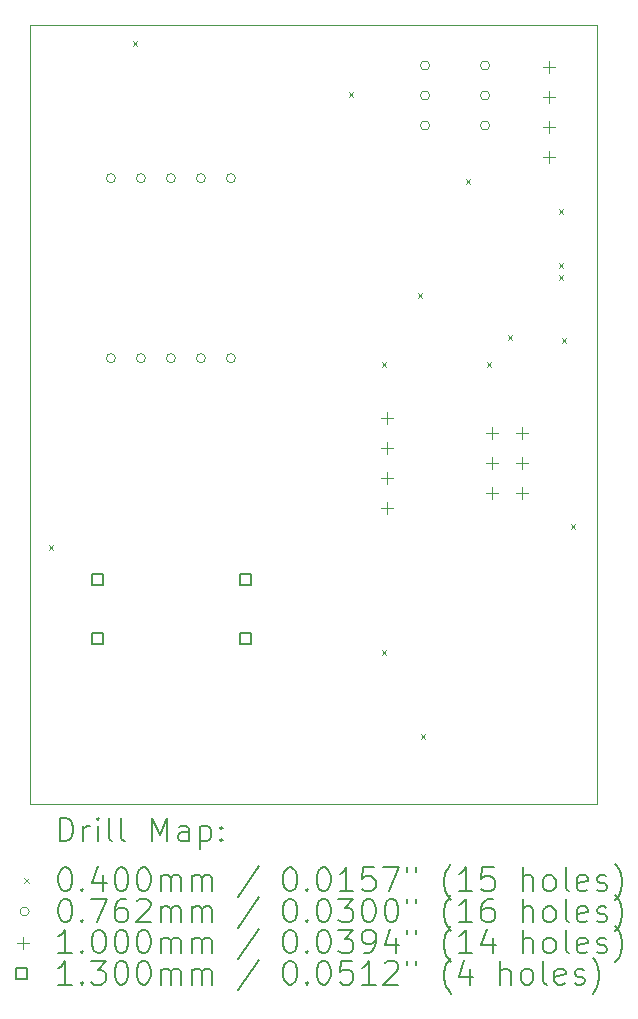
<source format=gbr>
%TF.GenerationSoftware,KiCad,Pcbnew,(6.0.11)*%
%TF.CreationDate,2024-12-29T21:25:45+02:00*%
%TF.ProjectId,LEDdice,4c454464-6963-4652-9e6b-696361645f70,rev?*%
%TF.SameCoordinates,Original*%
%TF.FileFunction,Drillmap*%
%TF.FilePolarity,Positive*%
%FSLAX45Y45*%
G04 Gerber Fmt 4.5, Leading zero omitted, Abs format (unit mm)*
G04 Created by KiCad (PCBNEW (6.0.11)) date 2024-12-29 21:25:45*
%MOMM*%
%LPD*%
G01*
G04 APERTURE LIST*
%ADD10C,0.100000*%
%ADD11C,0.200000*%
%ADD12C,0.040000*%
%ADD13C,0.076200*%
%ADD14C,0.130000*%
G04 APERTURE END LIST*
D10*
X16000000Y-11700000D02*
X16000000Y-5100000D01*
X20800000Y-5100000D02*
X20800000Y-11700000D01*
X16000000Y-5100000D02*
X20800000Y-5100000D01*
X20800000Y-11700000D02*
X16000000Y-11700000D01*
D11*
D12*
X16159800Y-9505000D02*
X16199800Y-9545000D01*
X16199800Y-9505000D02*
X16159800Y-9545000D01*
X16871000Y-5237800D02*
X16911000Y-5277800D01*
X16911000Y-5237800D02*
X16871000Y-5277800D01*
X18699800Y-5669600D02*
X18739800Y-5709600D01*
X18739800Y-5669600D02*
X18699800Y-5709600D01*
X18979200Y-7955600D02*
X19019200Y-7995600D01*
X19019200Y-7955600D02*
X18979200Y-7995600D01*
X18979200Y-10394000D02*
X19019200Y-10434000D01*
X19019200Y-10394000D02*
X18979200Y-10434000D01*
X19284000Y-7371400D02*
X19324000Y-7411400D01*
X19324000Y-7371400D02*
X19284000Y-7411400D01*
X19309400Y-11105200D02*
X19349400Y-11145200D01*
X19349400Y-11105200D02*
X19309400Y-11145200D01*
X19690400Y-6406200D02*
X19730400Y-6446200D01*
X19730400Y-6406200D02*
X19690400Y-6446200D01*
X19868200Y-7955600D02*
X19908200Y-7995600D01*
X19908200Y-7955600D02*
X19868200Y-7995600D01*
X20046000Y-7727000D02*
X20086000Y-7767000D01*
X20086000Y-7727000D02*
X20046000Y-7767000D01*
X20477800Y-6660200D02*
X20517800Y-6700200D01*
X20517800Y-6660200D02*
X20477800Y-6700200D01*
X20477800Y-7117400D02*
X20517800Y-7157400D01*
X20517800Y-7117400D02*
X20477800Y-7157400D01*
X20477800Y-7219000D02*
X20517800Y-7259000D01*
X20517800Y-7219000D02*
X20477800Y-7259000D01*
X20503200Y-7752400D02*
X20543200Y-7792400D01*
X20543200Y-7752400D02*
X20503200Y-7792400D01*
X20579400Y-9327200D02*
X20619400Y-9367200D01*
X20619400Y-9327200D02*
X20579400Y-9367200D01*
D13*
X16726100Y-6400000D02*
G75*
G03*
X16726100Y-6400000I-38100J0D01*
G01*
X16726100Y-7924000D02*
G75*
G03*
X16726100Y-7924000I-38100J0D01*
G01*
X16980100Y-6400000D02*
G75*
G03*
X16980100Y-6400000I-38100J0D01*
G01*
X16980100Y-7924000D02*
G75*
G03*
X16980100Y-7924000I-38100J0D01*
G01*
X17234100Y-6400000D02*
G75*
G03*
X17234100Y-6400000I-38100J0D01*
G01*
X17234100Y-7924000D02*
G75*
G03*
X17234100Y-7924000I-38100J0D01*
G01*
X17488100Y-6400000D02*
G75*
G03*
X17488100Y-6400000I-38100J0D01*
G01*
X17488100Y-7924000D02*
G75*
G03*
X17488100Y-7924000I-38100J0D01*
G01*
X17742100Y-6400000D02*
G75*
G03*
X17742100Y-6400000I-38100J0D01*
G01*
X17742100Y-7924000D02*
G75*
G03*
X17742100Y-7924000I-38100J0D01*
G01*
X19384900Y-5446000D02*
G75*
G03*
X19384900Y-5446000I-38100J0D01*
G01*
X19384900Y-5700000D02*
G75*
G03*
X19384900Y-5700000I-38100J0D01*
G01*
X19384900Y-5954000D02*
G75*
G03*
X19384900Y-5954000I-38100J0D01*
G01*
X19892900Y-5446000D02*
G75*
G03*
X19892900Y-5446000I-38100J0D01*
G01*
X19892900Y-5700000D02*
G75*
G03*
X19892900Y-5700000I-38100J0D01*
G01*
X19892900Y-5954000D02*
G75*
G03*
X19892900Y-5954000I-38100J0D01*
G01*
D10*
X19024600Y-8382800D02*
X19024600Y-8482800D01*
X18974600Y-8432800D02*
X19074600Y-8432800D01*
X19024600Y-8636800D02*
X19024600Y-8736800D01*
X18974600Y-8686800D02*
X19074600Y-8686800D01*
X19024600Y-8890800D02*
X19024600Y-8990800D01*
X18974600Y-8940800D02*
X19074600Y-8940800D01*
X19024600Y-9144800D02*
X19024600Y-9244800D01*
X18974600Y-9194800D02*
X19074600Y-9194800D01*
X19913600Y-8509800D02*
X19913600Y-8609800D01*
X19863600Y-8559800D02*
X19963600Y-8559800D01*
X19913600Y-8763800D02*
X19913600Y-8863800D01*
X19863600Y-8813800D02*
X19963600Y-8813800D01*
X19913600Y-9017800D02*
X19913600Y-9117800D01*
X19863600Y-9067800D02*
X19963600Y-9067800D01*
X20167600Y-8509800D02*
X20167600Y-8609800D01*
X20117600Y-8559800D02*
X20217600Y-8559800D01*
X20167600Y-8763800D02*
X20167600Y-8863800D01*
X20117600Y-8813800D02*
X20217600Y-8813800D01*
X20167600Y-9017800D02*
X20167600Y-9117800D01*
X20117600Y-9067800D02*
X20217600Y-9067800D01*
X20400000Y-5411000D02*
X20400000Y-5511000D01*
X20350000Y-5461000D02*
X20450000Y-5461000D01*
X20400000Y-5665000D02*
X20400000Y-5765000D01*
X20350000Y-5715000D02*
X20450000Y-5715000D01*
X20400000Y-5919000D02*
X20400000Y-6019000D01*
X20350000Y-5969000D02*
X20450000Y-5969000D01*
X20400000Y-6173000D02*
X20400000Y-6273000D01*
X20350000Y-6223000D02*
X20450000Y-6223000D01*
D14*
X16621962Y-9845962D02*
X16621962Y-9754038D01*
X16530038Y-9754038D01*
X16530038Y-9845962D01*
X16621962Y-9845962D01*
X16621962Y-10345962D02*
X16621962Y-10254038D01*
X16530038Y-10254038D01*
X16530038Y-10345962D01*
X16621962Y-10345962D01*
X17871962Y-9845962D02*
X17871962Y-9754038D01*
X17780038Y-9754038D01*
X17780038Y-9845962D01*
X17871962Y-9845962D01*
X17871962Y-10345962D02*
X17871962Y-10254038D01*
X17780038Y-10254038D01*
X17780038Y-10345962D01*
X17871962Y-10345962D01*
D11*
X16252619Y-12015476D02*
X16252619Y-11815476D01*
X16300238Y-11815476D01*
X16328809Y-11825000D01*
X16347857Y-11844048D01*
X16357381Y-11863095D01*
X16366905Y-11901190D01*
X16366905Y-11929762D01*
X16357381Y-11967857D01*
X16347857Y-11986905D01*
X16328809Y-12005952D01*
X16300238Y-12015476D01*
X16252619Y-12015476D01*
X16452619Y-12015476D02*
X16452619Y-11882143D01*
X16452619Y-11920238D02*
X16462143Y-11901190D01*
X16471667Y-11891667D01*
X16490714Y-11882143D01*
X16509762Y-11882143D01*
X16576428Y-12015476D02*
X16576428Y-11882143D01*
X16576428Y-11815476D02*
X16566905Y-11825000D01*
X16576428Y-11834524D01*
X16585952Y-11825000D01*
X16576428Y-11815476D01*
X16576428Y-11834524D01*
X16700238Y-12015476D02*
X16681190Y-12005952D01*
X16671667Y-11986905D01*
X16671667Y-11815476D01*
X16805000Y-12015476D02*
X16785952Y-12005952D01*
X16776428Y-11986905D01*
X16776428Y-11815476D01*
X17033571Y-12015476D02*
X17033571Y-11815476D01*
X17100238Y-11958333D01*
X17166905Y-11815476D01*
X17166905Y-12015476D01*
X17347857Y-12015476D02*
X17347857Y-11910714D01*
X17338333Y-11891667D01*
X17319286Y-11882143D01*
X17281190Y-11882143D01*
X17262143Y-11891667D01*
X17347857Y-12005952D02*
X17328810Y-12015476D01*
X17281190Y-12015476D01*
X17262143Y-12005952D01*
X17252619Y-11986905D01*
X17252619Y-11967857D01*
X17262143Y-11948809D01*
X17281190Y-11939286D01*
X17328810Y-11939286D01*
X17347857Y-11929762D01*
X17443095Y-11882143D02*
X17443095Y-12082143D01*
X17443095Y-11891667D02*
X17462143Y-11882143D01*
X17500238Y-11882143D01*
X17519286Y-11891667D01*
X17528810Y-11901190D01*
X17538333Y-11920238D01*
X17538333Y-11977381D01*
X17528810Y-11996428D01*
X17519286Y-12005952D01*
X17500238Y-12015476D01*
X17462143Y-12015476D01*
X17443095Y-12005952D01*
X17624048Y-11996428D02*
X17633571Y-12005952D01*
X17624048Y-12015476D01*
X17614524Y-12005952D01*
X17624048Y-11996428D01*
X17624048Y-12015476D01*
X17624048Y-11891667D02*
X17633571Y-11901190D01*
X17624048Y-11910714D01*
X17614524Y-11901190D01*
X17624048Y-11891667D01*
X17624048Y-11910714D01*
D12*
X15955000Y-12325000D02*
X15995000Y-12365000D01*
X15995000Y-12325000D02*
X15955000Y-12365000D01*
D11*
X16290714Y-12235476D02*
X16309762Y-12235476D01*
X16328809Y-12245000D01*
X16338333Y-12254524D01*
X16347857Y-12273571D01*
X16357381Y-12311667D01*
X16357381Y-12359286D01*
X16347857Y-12397381D01*
X16338333Y-12416428D01*
X16328809Y-12425952D01*
X16309762Y-12435476D01*
X16290714Y-12435476D01*
X16271667Y-12425952D01*
X16262143Y-12416428D01*
X16252619Y-12397381D01*
X16243095Y-12359286D01*
X16243095Y-12311667D01*
X16252619Y-12273571D01*
X16262143Y-12254524D01*
X16271667Y-12245000D01*
X16290714Y-12235476D01*
X16443095Y-12416428D02*
X16452619Y-12425952D01*
X16443095Y-12435476D01*
X16433571Y-12425952D01*
X16443095Y-12416428D01*
X16443095Y-12435476D01*
X16624048Y-12302143D02*
X16624048Y-12435476D01*
X16576428Y-12225952D02*
X16528809Y-12368809D01*
X16652619Y-12368809D01*
X16766905Y-12235476D02*
X16785952Y-12235476D01*
X16805000Y-12245000D01*
X16814524Y-12254524D01*
X16824048Y-12273571D01*
X16833571Y-12311667D01*
X16833571Y-12359286D01*
X16824048Y-12397381D01*
X16814524Y-12416428D01*
X16805000Y-12425952D01*
X16785952Y-12435476D01*
X16766905Y-12435476D01*
X16747857Y-12425952D01*
X16738333Y-12416428D01*
X16728809Y-12397381D01*
X16719286Y-12359286D01*
X16719286Y-12311667D01*
X16728809Y-12273571D01*
X16738333Y-12254524D01*
X16747857Y-12245000D01*
X16766905Y-12235476D01*
X16957381Y-12235476D02*
X16976429Y-12235476D01*
X16995476Y-12245000D01*
X17005000Y-12254524D01*
X17014524Y-12273571D01*
X17024048Y-12311667D01*
X17024048Y-12359286D01*
X17014524Y-12397381D01*
X17005000Y-12416428D01*
X16995476Y-12425952D01*
X16976429Y-12435476D01*
X16957381Y-12435476D01*
X16938333Y-12425952D01*
X16928810Y-12416428D01*
X16919286Y-12397381D01*
X16909762Y-12359286D01*
X16909762Y-12311667D01*
X16919286Y-12273571D01*
X16928810Y-12254524D01*
X16938333Y-12245000D01*
X16957381Y-12235476D01*
X17109762Y-12435476D02*
X17109762Y-12302143D01*
X17109762Y-12321190D02*
X17119286Y-12311667D01*
X17138333Y-12302143D01*
X17166905Y-12302143D01*
X17185952Y-12311667D01*
X17195476Y-12330714D01*
X17195476Y-12435476D01*
X17195476Y-12330714D02*
X17205000Y-12311667D01*
X17224048Y-12302143D01*
X17252619Y-12302143D01*
X17271667Y-12311667D01*
X17281190Y-12330714D01*
X17281190Y-12435476D01*
X17376429Y-12435476D02*
X17376429Y-12302143D01*
X17376429Y-12321190D02*
X17385952Y-12311667D01*
X17405000Y-12302143D01*
X17433571Y-12302143D01*
X17452619Y-12311667D01*
X17462143Y-12330714D01*
X17462143Y-12435476D01*
X17462143Y-12330714D02*
X17471667Y-12311667D01*
X17490714Y-12302143D01*
X17519286Y-12302143D01*
X17538333Y-12311667D01*
X17547857Y-12330714D01*
X17547857Y-12435476D01*
X17938333Y-12225952D02*
X17766905Y-12483095D01*
X18195476Y-12235476D02*
X18214524Y-12235476D01*
X18233571Y-12245000D01*
X18243095Y-12254524D01*
X18252619Y-12273571D01*
X18262143Y-12311667D01*
X18262143Y-12359286D01*
X18252619Y-12397381D01*
X18243095Y-12416428D01*
X18233571Y-12425952D01*
X18214524Y-12435476D01*
X18195476Y-12435476D01*
X18176429Y-12425952D01*
X18166905Y-12416428D01*
X18157381Y-12397381D01*
X18147857Y-12359286D01*
X18147857Y-12311667D01*
X18157381Y-12273571D01*
X18166905Y-12254524D01*
X18176429Y-12245000D01*
X18195476Y-12235476D01*
X18347857Y-12416428D02*
X18357381Y-12425952D01*
X18347857Y-12435476D01*
X18338333Y-12425952D01*
X18347857Y-12416428D01*
X18347857Y-12435476D01*
X18481190Y-12235476D02*
X18500238Y-12235476D01*
X18519286Y-12245000D01*
X18528810Y-12254524D01*
X18538333Y-12273571D01*
X18547857Y-12311667D01*
X18547857Y-12359286D01*
X18538333Y-12397381D01*
X18528810Y-12416428D01*
X18519286Y-12425952D01*
X18500238Y-12435476D01*
X18481190Y-12435476D01*
X18462143Y-12425952D01*
X18452619Y-12416428D01*
X18443095Y-12397381D01*
X18433571Y-12359286D01*
X18433571Y-12311667D01*
X18443095Y-12273571D01*
X18452619Y-12254524D01*
X18462143Y-12245000D01*
X18481190Y-12235476D01*
X18738333Y-12435476D02*
X18624048Y-12435476D01*
X18681190Y-12435476D02*
X18681190Y-12235476D01*
X18662143Y-12264048D01*
X18643095Y-12283095D01*
X18624048Y-12292619D01*
X18919286Y-12235476D02*
X18824048Y-12235476D01*
X18814524Y-12330714D01*
X18824048Y-12321190D01*
X18843095Y-12311667D01*
X18890714Y-12311667D01*
X18909762Y-12321190D01*
X18919286Y-12330714D01*
X18928810Y-12349762D01*
X18928810Y-12397381D01*
X18919286Y-12416428D01*
X18909762Y-12425952D01*
X18890714Y-12435476D01*
X18843095Y-12435476D01*
X18824048Y-12425952D01*
X18814524Y-12416428D01*
X18995476Y-12235476D02*
X19128810Y-12235476D01*
X19043095Y-12435476D01*
X19195476Y-12235476D02*
X19195476Y-12273571D01*
X19271667Y-12235476D02*
X19271667Y-12273571D01*
X19566905Y-12511667D02*
X19557381Y-12502143D01*
X19538333Y-12473571D01*
X19528810Y-12454524D01*
X19519286Y-12425952D01*
X19509762Y-12378333D01*
X19509762Y-12340238D01*
X19519286Y-12292619D01*
X19528810Y-12264048D01*
X19538333Y-12245000D01*
X19557381Y-12216428D01*
X19566905Y-12206905D01*
X19747857Y-12435476D02*
X19633571Y-12435476D01*
X19690714Y-12435476D02*
X19690714Y-12235476D01*
X19671667Y-12264048D01*
X19652619Y-12283095D01*
X19633571Y-12292619D01*
X19928810Y-12235476D02*
X19833571Y-12235476D01*
X19824048Y-12330714D01*
X19833571Y-12321190D01*
X19852619Y-12311667D01*
X19900238Y-12311667D01*
X19919286Y-12321190D01*
X19928810Y-12330714D01*
X19938333Y-12349762D01*
X19938333Y-12397381D01*
X19928810Y-12416428D01*
X19919286Y-12425952D01*
X19900238Y-12435476D01*
X19852619Y-12435476D01*
X19833571Y-12425952D01*
X19824048Y-12416428D01*
X20176429Y-12435476D02*
X20176429Y-12235476D01*
X20262143Y-12435476D02*
X20262143Y-12330714D01*
X20252619Y-12311667D01*
X20233571Y-12302143D01*
X20205000Y-12302143D01*
X20185952Y-12311667D01*
X20176429Y-12321190D01*
X20385952Y-12435476D02*
X20366905Y-12425952D01*
X20357381Y-12416428D01*
X20347857Y-12397381D01*
X20347857Y-12340238D01*
X20357381Y-12321190D01*
X20366905Y-12311667D01*
X20385952Y-12302143D01*
X20414524Y-12302143D01*
X20433571Y-12311667D01*
X20443095Y-12321190D01*
X20452619Y-12340238D01*
X20452619Y-12397381D01*
X20443095Y-12416428D01*
X20433571Y-12425952D01*
X20414524Y-12435476D01*
X20385952Y-12435476D01*
X20566905Y-12435476D02*
X20547857Y-12425952D01*
X20538333Y-12406905D01*
X20538333Y-12235476D01*
X20719286Y-12425952D02*
X20700238Y-12435476D01*
X20662143Y-12435476D01*
X20643095Y-12425952D01*
X20633571Y-12406905D01*
X20633571Y-12330714D01*
X20643095Y-12311667D01*
X20662143Y-12302143D01*
X20700238Y-12302143D01*
X20719286Y-12311667D01*
X20728810Y-12330714D01*
X20728810Y-12349762D01*
X20633571Y-12368809D01*
X20805000Y-12425952D02*
X20824048Y-12435476D01*
X20862143Y-12435476D01*
X20881190Y-12425952D01*
X20890714Y-12406905D01*
X20890714Y-12397381D01*
X20881190Y-12378333D01*
X20862143Y-12368809D01*
X20833571Y-12368809D01*
X20814524Y-12359286D01*
X20805000Y-12340238D01*
X20805000Y-12330714D01*
X20814524Y-12311667D01*
X20833571Y-12302143D01*
X20862143Y-12302143D01*
X20881190Y-12311667D01*
X20957381Y-12511667D02*
X20966905Y-12502143D01*
X20985952Y-12473571D01*
X20995476Y-12454524D01*
X21005000Y-12425952D01*
X21014524Y-12378333D01*
X21014524Y-12340238D01*
X21005000Y-12292619D01*
X20995476Y-12264048D01*
X20985952Y-12245000D01*
X20966905Y-12216428D01*
X20957381Y-12206905D01*
D13*
X15995000Y-12609000D02*
G75*
G03*
X15995000Y-12609000I-38100J0D01*
G01*
D11*
X16290714Y-12499476D02*
X16309762Y-12499476D01*
X16328809Y-12509000D01*
X16338333Y-12518524D01*
X16347857Y-12537571D01*
X16357381Y-12575667D01*
X16357381Y-12623286D01*
X16347857Y-12661381D01*
X16338333Y-12680428D01*
X16328809Y-12689952D01*
X16309762Y-12699476D01*
X16290714Y-12699476D01*
X16271667Y-12689952D01*
X16262143Y-12680428D01*
X16252619Y-12661381D01*
X16243095Y-12623286D01*
X16243095Y-12575667D01*
X16252619Y-12537571D01*
X16262143Y-12518524D01*
X16271667Y-12509000D01*
X16290714Y-12499476D01*
X16443095Y-12680428D02*
X16452619Y-12689952D01*
X16443095Y-12699476D01*
X16433571Y-12689952D01*
X16443095Y-12680428D01*
X16443095Y-12699476D01*
X16519286Y-12499476D02*
X16652619Y-12499476D01*
X16566905Y-12699476D01*
X16814524Y-12499476D02*
X16776428Y-12499476D01*
X16757381Y-12509000D01*
X16747857Y-12518524D01*
X16728809Y-12547095D01*
X16719286Y-12585190D01*
X16719286Y-12661381D01*
X16728809Y-12680428D01*
X16738333Y-12689952D01*
X16757381Y-12699476D01*
X16795476Y-12699476D01*
X16814524Y-12689952D01*
X16824048Y-12680428D01*
X16833571Y-12661381D01*
X16833571Y-12613762D01*
X16824048Y-12594714D01*
X16814524Y-12585190D01*
X16795476Y-12575667D01*
X16757381Y-12575667D01*
X16738333Y-12585190D01*
X16728809Y-12594714D01*
X16719286Y-12613762D01*
X16909762Y-12518524D02*
X16919286Y-12509000D01*
X16938333Y-12499476D01*
X16985952Y-12499476D01*
X17005000Y-12509000D01*
X17014524Y-12518524D01*
X17024048Y-12537571D01*
X17024048Y-12556619D01*
X17014524Y-12585190D01*
X16900238Y-12699476D01*
X17024048Y-12699476D01*
X17109762Y-12699476D02*
X17109762Y-12566143D01*
X17109762Y-12585190D02*
X17119286Y-12575667D01*
X17138333Y-12566143D01*
X17166905Y-12566143D01*
X17185952Y-12575667D01*
X17195476Y-12594714D01*
X17195476Y-12699476D01*
X17195476Y-12594714D02*
X17205000Y-12575667D01*
X17224048Y-12566143D01*
X17252619Y-12566143D01*
X17271667Y-12575667D01*
X17281190Y-12594714D01*
X17281190Y-12699476D01*
X17376429Y-12699476D02*
X17376429Y-12566143D01*
X17376429Y-12585190D02*
X17385952Y-12575667D01*
X17405000Y-12566143D01*
X17433571Y-12566143D01*
X17452619Y-12575667D01*
X17462143Y-12594714D01*
X17462143Y-12699476D01*
X17462143Y-12594714D02*
X17471667Y-12575667D01*
X17490714Y-12566143D01*
X17519286Y-12566143D01*
X17538333Y-12575667D01*
X17547857Y-12594714D01*
X17547857Y-12699476D01*
X17938333Y-12489952D02*
X17766905Y-12747095D01*
X18195476Y-12499476D02*
X18214524Y-12499476D01*
X18233571Y-12509000D01*
X18243095Y-12518524D01*
X18252619Y-12537571D01*
X18262143Y-12575667D01*
X18262143Y-12623286D01*
X18252619Y-12661381D01*
X18243095Y-12680428D01*
X18233571Y-12689952D01*
X18214524Y-12699476D01*
X18195476Y-12699476D01*
X18176429Y-12689952D01*
X18166905Y-12680428D01*
X18157381Y-12661381D01*
X18147857Y-12623286D01*
X18147857Y-12575667D01*
X18157381Y-12537571D01*
X18166905Y-12518524D01*
X18176429Y-12509000D01*
X18195476Y-12499476D01*
X18347857Y-12680428D02*
X18357381Y-12689952D01*
X18347857Y-12699476D01*
X18338333Y-12689952D01*
X18347857Y-12680428D01*
X18347857Y-12699476D01*
X18481190Y-12499476D02*
X18500238Y-12499476D01*
X18519286Y-12509000D01*
X18528810Y-12518524D01*
X18538333Y-12537571D01*
X18547857Y-12575667D01*
X18547857Y-12623286D01*
X18538333Y-12661381D01*
X18528810Y-12680428D01*
X18519286Y-12689952D01*
X18500238Y-12699476D01*
X18481190Y-12699476D01*
X18462143Y-12689952D01*
X18452619Y-12680428D01*
X18443095Y-12661381D01*
X18433571Y-12623286D01*
X18433571Y-12575667D01*
X18443095Y-12537571D01*
X18452619Y-12518524D01*
X18462143Y-12509000D01*
X18481190Y-12499476D01*
X18614524Y-12499476D02*
X18738333Y-12499476D01*
X18671667Y-12575667D01*
X18700238Y-12575667D01*
X18719286Y-12585190D01*
X18728810Y-12594714D01*
X18738333Y-12613762D01*
X18738333Y-12661381D01*
X18728810Y-12680428D01*
X18719286Y-12689952D01*
X18700238Y-12699476D01*
X18643095Y-12699476D01*
X18624048Y-12689952D01*
X18614524Y-12680428D01*
X18862143Y-12499476D02*
X18881190Y-12499476D01*
X18900238Y-12509000D01*
X18909762Y-12518524D01*
X18919286Y-12537571D01*
X18928810Y-12575667D01*
X18928810Y-12623286D01*
X18919286Y-12661381D01*
X18909762Y-12680428D01*
X18900238Y-12689952D01*
X18881190Y-12699476D01*
X18862143Y-12699476D01*
X18843095Y-12689952D01*
X18833571Y-12680428D01*
X18824048Y-12661381D01*
X18814524Y-12623286D01*
X18814524Y-12575667D01*
X18824048Y-12537571D01*
X18833571Y-12518524D01*
X18843095Y-12509000D01*
X18862143Y-12499476D01*
X19052619Y-12499476D02*
X19071667Y-12499476D01*
X19090714Y-12509000D01*
X19100238Y-12518524D01*
X19109762Y-12537571D01*
X19119286Y-12575667D01*
X19119286Y-12623286D01*
X19109762Y-12661381D01*
X19100238Y-12680428D01*
X19090714Y-12689952D01*
X19071667Y-12699476D01*
X19052619Y-12699476D01*
X19033571Y-12689952D01*
X19024048Y-12680428D01*
X19014524Y-12661381D01*
X19005000Y-12623286D01*
X19005000Y-12575667D01*
X19014524Y-12537571D01*
X19024048Y-12518524D01*
X19033571Y-12509000D01*
X19052619Y-12499476D01*
X19195476Y-12499476D02*
X19195476Y-12537571D01*
X19271667Y-12499476D02*
X19271667Y-12537571D01*
X19566905Y-12775667D02*
X19557381Y-12766143D01*
X19538333Y-12737571D01*
X19528810Y-12718524D01*
X19519286Y-12689952D01*
X19509762Y-12642333D01*
X19509762Y-12604238D01*
X19519286Y-12556619D01*
X19528810Y-12528048D01*
X19538333Y-12509000D01*
X19557381Y-12480428D01*
X19566905Y-12470905D01*
X19747857Y-12699476D02*
X19633571Y-12699476D01*
X19690714Y-12699476D02*
X19690714Y-12499476D01*
X19671667Y-12528048D01*
X19652619Y-12547095D01*
X19633571Y-12556619D01*
X19919286Y-12499476D02*
X19881190Y-12499476D01*
X19862143Y-12509000D01*
X19852619Y-12518524D01*
X19833571Y-12547095D01*
X19824048Y-12585190D01*
X19824048Y-12661381D01*
X19833571Y-12680428D01*
X19843095Y-12689952D01*
X19862143Y-12699476D01*
X19900238Y-12699476D01*
X19919286Y-12689952D01*
X19928810Y-12680428D01*
X19938333Y-12661381D01*
X19938333Y-12613762D01*
X19928810Y-12594714D01*
X19919286Y-12585190D01*
X19900238Y-12575667D01*
X19862143Y-12575667D01*
X19843095Y-12585190D01*
X19833571Y-12594714D01*
X19824048Y-12613762D01*
X20176429Y-12699476D02*
X20176429Y-12499476D01*
X20262143Y-12699476D02*
X20262143Y-12594714D01*
X20252619Y-12575667D01*
X20233571Y-12566143D01*
X20205000Y-12566143D01*
X20185952Y-12575667D01*
X20176429Y-12585190D01*
X20385952Y-12699476D02*
X20366905Y-12689952D01*
X20357381Y-12680428D01*
X20347857Y-12661381D01*
X20347857Y-12604238D01*
X20357381Y-12585190D01*
X20366905Y-12575667D01*
X20385952Y-12566143D01*
X20414524Y-12566143D01*
X20433571Y-12575667D01*
X20443095Y-12585190D01*
X20452619Y-12604238D01*
X20452619Y-12661381D01*
X20443095Y-12680428D01*
X20433571Y-12689952D01*
X20414524Y-12699476D01*
X20385952Y-12699476D01*
X20566905Y-12699476D02*
X20547857Y-12689952D01*
X20538333Y-12670905D01*
X20538333Y-12499476D01*
X20719286Y-12689952D02*
X20700238Y-12699476D01*
X20662143Y-12699476D01*
X20643095Y-12689952D01*
X20633571Y-12670905D01*
X20633571Y-12594714D01*
X20643095Y-12575667D01*
X20662143Y-12566143D01*
X20700238Y-12566143D01*
X20719286Y-12575667D01*
X20728810Y-12594714D01*
X20728810Y-12613762D01*
X20633571Y-12632809D01*
X20805000Y-12689952D02*
X20824048Y-12699476D01*
X20862143Y-12699476D01*
X20881190Y-12689952D01*
X20890714Y-12670905D01*
X20890714Y-12661381D01*
X20881190Y-12642333D01*
X20862143Y-12632809D01*
X20833571Y-12632809D01*
X20814524Y-12623286D01*
X20805000Y-12604238D01*
X20805000Y-12594714D01*
X20814524Y-12575667D01*
X20833571Y-12566143D01*
X20862143Y-12566143D01*
X20881190Y-12575667D01*
X20957381Y-12775667D02*
X20966905Y-12766143D01*
X20985952Y-12737571D01*
X20995476Y-12718524D01*
X21005000Y-12689952D01*
X21014524Y-12642333D01*
X21014524Y-12604238D01*
X21005000Y-12556619D01*
X20995476Y-12528048D01*
X20985952Y-12509000D01*
X20966905Y-12480428D01*
X20957381Y-12470905D01*
D10*
X15945000Y-12823000D02*
X15945000Y-12923000D01*
X15895000Y-12873000D02*
X15995000Y-12873000D01*
D11*
X16357381Y-12963476D02*
X16243095Y-12963476D01*
X16300238Y-12963476D02*
X16300238Y-12763476D01*
X16281190Y-12792048D01*
X16262143Y-12811095D01*
X16243095Y-12820619D01*
X16443095Y-12944428D02*
X16452619Y-12953952D01*
X16443095Y-12963476D01*
X16433571Y-12953952D01*
X16443095Y-12944428D01*
X16443095Y-12963476D01*
X16576428Y-12763476D02*
X16595476Y-12763476D01*
X16614524Y-12773000D01*
X16624048Y-12782524D01*
X16633571Y-12801571D01*
X16643095Y-12839667D01*
X16643095Y-12887286D01*
X16633571Y-12925381D01*
X16624048Y-12944428D01*
X16614524Y-12953952D01*
X16595476Y-12963476D01*
X16576428Y-12963476D01*
X16557381Y-12953952D01*
X16547857Y-12944428D01*
X16538333Y-12925381D01*
X16528809Y-12887286D01*
X16528809Y-12839667D01*
X16538333Y-12801571D01*
X16547857Y-12782524D01*
X16557381Y-12773000D01*
X16576428Y-12763476D01*
X16766905Y-12763476D02*
X16785952Y-12763476D01*
X16805000Y-12773000D01*
X16814524Y-12782524D01*
X16824048Y-12801571D01*
X16833571Y-12839667D01*
X16833571Y-12887286D01*
X16824048Y-12925381D01*
X16814524Y-12944428D01*
X16805000Y-12953952D01*
X16785952Y-12963476D01*
X16766905Y-12963476D01*
X16747857Y-12953952D01*
X16738333Y-12944428D01*
X16728809Y-12925381D01*
X16719286Y-12887286D01*
X16719286Y-12839667D01*
X16728809Y-12801571D01*
X16738333Y-12782524D01*
X16747857Y-12773000D01*
X16766905Y-12763476D01*
X16957381Y-12763476D02*
X16976429Y-12763476D01*
X16995476Y-12773000D01*
X17005000Y-12782524D01*
X17014524Y-12801571D01*
X17024048Y-12839667D01*
X17024048Y-12887286D01*
X17014524Y-12925381D01*
X17005000Y-12944428D01*
X16995476Y-12953952D01*
X16976429Y-12963476D01*
X16957381Y-12963476D01*
X16938333Y-12953952D01*
X16928810Y-12944428D01*
X16919286Y-12925381D01*
X16909762Y-12887286D01*
X16909762Y-12839667D01*
X16919286Y-12801571D01*
X16928810Y-12782524D01*
X16938333Y-12773000D01*
X16957381Y-12763476D01*
X17109762Y-12963476D02*
X17109762Y-12830143D01*
X17109762Y-12849190D02*
X17119286Y-12839667D01*
X17138333Y-12830143D01*
X17166905Y-12830143D01*
X17185952Y-12839667D01*
X17195476Y-12858714D01*
X17195476Y-12963476D01*
X17195476Y-12858714D02*
X17205000Y-12839667D01*
X17224048Y-12830143D01*
X17252619Y-12830143D01*
X17271667Y-12839667D01*
X17281190Y-12858714D01*
X17281190Y-12963476D01*
X17376429Y-12963476D02*
X17376429Y-12830143D01*
X17376429Y-12849190D02*
X17385952Y-12839667D01*
X17405000Y-12830143D01*
X17433571Y-12830143D01*
X17452619Y-12839667D01*
X17462143Y-12858714D01*
X17462143Y-12963476D01*
X17462143Y-12858714D02*
X17471667Y-12839667D01*
X17490714Y-12830143D01*
X17519286Y-12830143D01*
X17538333Y-12839667D01*
X17547857Y-12858714D01*
X17547857Y-12963476D01*
X17938333Y-12753952D02*
X17766905Y-13011095D01*
X18195476Y-12763476D02*
X18214524Y-12763476D01*
X18233571Y-12773000D01*
X18243095Y-12782524D01*
X18252619Y-12801571D01*
X18262143Y-12839667D01*
X18262143Y-12887286D01*
X18252619Y-12925381D01*
X18243095Y-12944428D01*
X18233571Y-12953952D01*
X18214524Y-12963476D01*
X18195476Y-12963476D01*
X18176429Y-12953952D01*
X18166905Y-12944428D01*
X18157381Y-12925381D01*
X18147857Y-12887286D01*
X18147857Y-12839667D01*
X18157381Y-12801571D01*
X18166905Y-12782524D01*
X18176429Y-12773000D01*
X18195476Y-12763476D01*
X18347857Y-12944428D02*
X18357381Y-12953952D01*
X18347857Y-12963476D01*
X18338333Y-12953952D01*
X18347857Y-12944428D01*
X18347857Y-12963476D01*
X18481190Y-12763476D02*
X18500238Y-12763476D01*
X18519286Y-12773000D01*
X18528810Y-12782524D01*
X18538333Y-12801571D01*
X18547857Y-12839667D01*
X18547857Y-12887286D01*
X18538333Y-12925381D01*
X18528810Y-12944428D01*
X18519286Y-12953952D01*
X18500238Y-12963476D01*
X18481190Y-12963476D01*
X18462143Y-12953952D01*
X18452619Y-12944428D01*
X18443095Y-12925381D01*
X18433571Y-12887286D01*
X18433571Y-12839667D01*
X18443095Y-12801571D01*
X18452619Y-12782524D01*
X18462143Y-12773000D01*
X18481190Y-12763476D01*
X18614524Y-12763476D02*
X18738333Y-12763476D01*
X18671667Y-12839667D01*
X18700238Y-12839667D01*
X18719286Y-12849190D01*
X18728810Y-12858714D01*
X18738333Y-12877762D01*
X18738333Y-12925381D01*
X18728810Y-12944428D01*
X18719286Y-12953952D01*
X18700238Y-12963476D01*
X18643095Y-12963476D01*
X18624048Y-12953952D01*
X18614524Y-12944428D01*
X18833571Y-12963476D02*
X18871667Y-12963476D01*
X18890714Y-12953952D01*
X18900238Y-12944428D01*
X18919286Y-12915857D01*
X18928810Y-12877762D01*
X18928810Y-12801571D01*
X18919286Y-12782524D01*
X18909762Y-12773000D01*
X18890714Y-12763476D01*
X18852619Y-12763476D01*
X18833571Y-12773000D01*
X18824048Y-12782524D01*
X18814524Y-12801571D01*
X18814524Y-12849190D01*
X18824048Y-12868238D01*
X18833571Y-12877762D01*
X18852619Y-12887286D01*
X18890714Y-12887286D01*
X18909762Y-12877762D01*
X18919286Y-12868238D01*
X18928810Y-12849190D01*
X19100238Y-12830143D02*
X19100238Y-12963476D01*
X19052619Y-12753952D02*
X19005000Y-12896809D01*
X19128810Y-12896809D01*
X19195476Y-12763476D02*
X19195476Y-12801571D01*
X19271667Y-12763476D02*
X19271667Y-12801571D01*
X19566905Y-13039667D02*
X19557381Y-13030143D01*
X19538333Y-13001571D01*
X19528810Y-12982524D01*
X19519286Y-12953952D01*
X19509762Y-12906333D01*
X19509762Y-12868238D01*
X19519286Y-12820619D01*
X19528810Y-12792048D01*
X19538333Y-12773000D01*
X19557381Y-12744428D01*
X19566905Y-12734905D01*
X19747857Y-12963476D02*
X19633571Y-12963476D01*
X19690714Y-12963476D02*
X19690714Y-12763476D01*
X19671667Y-12792048D01*
X19652619Y-12811095D01*
X19633571Y-12820619D01*
X19919286Y-12830143D02*
X19919286Y-12963476D01*
X19871667Y-12753952D02*
X19824048Y-12896809D01*
X19947857Y-12896809D01*
X20176429Y-12963476D02*
X20176429Y-12763476D01*
X20262143Y-12963476D02*
X20262143Y-12858714D01*
X20252619Y-12839667D01*
X20233571Y-12830143D01*
X20205000Y-12830143D01*
X20185952Y-12839667D01*
X20176429Y-12849190D01*
X20385952Y-12963476D02*
X20366905Y-12953952D01*
X20357381Y-12944428D01*
X20347857Y-12925381D01*
X20347857Y-12868238D01*
X20357381Y-12849190D01*
X20366905Y-12839667D01*
X20385952Y-12830143D01*
X20414524Y-12830143D01*
X20433571Y-12839667D01*
X20443095Y-12849190D01*
X20452619Y-12868238D01*
X20452619Y-12925381D01*
X20443095Y-12944428D01*
X20433571Y-12953952D01*
X20414524Y-12963476D01*
X20385952Y-12963476D01*
X20566905Y-12963476D02*
X20547857Y-12953952D01*
X20538333Y-12934905D01*
X20538333Y-12763476D01*
X20719286Y-12953952D02*
X20700238Y-12963476D01*
X20662143Y-12963476D01*
X20643095Y-12953952D01*
X20633571Y-12934905D01*
X20633571Y-12858714D01*
X20643095Y-12839667D01*
X20662143Y-12830143D01*
X20700238Y-12830143D01*
X20719286Y-12839667D01*
X20728810Y-12858714D01*
X20728810Y-12877762D01*
X20633571Y-12896809D01*
X20805000Y-12953952D02*
X20824048Y-12963476D01*
X20862143Y-12963476D01*
X20881190Y-12953952D01*
X20890714Y-12934905D01*
X20890714Y-12925381D01*
X20881190Y-12906333D01*
X20862143Y-12896809D01*
X20833571Y-12896809D01*
X20814524Y-12887286D01*
X20805000Y-12868238D01*
X20805000Y-12858714D01*
X20814524Y-12839667D01*
X20833571Y-12830143D01*
X20862143Y-12830143D01*
X20881190Y-12839667D01*
X20957381Y-13039667D02*
X20966905Y-13030143D01*
X20985952Y-13001571D01*
X20995476Y-12982524D01*
X21005000Y-12953952D01*
X21014524Y-12906333D01*
X21014524Y-12868238D01*
X21005000Y-12820619D01*
X20995476Y-12792048D01*
X20985952Y-12773000D01*
X20966905Y-12744428D01*
X20957381Y-12734905D01*
D14*
X15975962Y-13182962D02*
X15975962Y-13091038D01*
X15884038Y-13091038D01*
X15884038Y-13182962D01*
X15975962Y-13182962D01*
D11*
X16357381Y-13227476D02*
X16243095Y-13227476D01*
X16300238Y-13227476D02*
X16300238Y-13027476D01*
X16281190Y-13056048D01*
X16262143Y-13075095D01*
X16243095Y-13084619D01*
X16443095Y-13208428D02*
X16452619Y-13217952D01*
X16443095Y-13227476D01*
X16433571Y-13217952D01*
X16443095Y-13208428D01*
X16443095Y-13227476D01*
X16519286Y-13027476D02*
X16643095Y-13027476D01*
X16576428Y-13103667D01*
X16605000Y-13103667D01*
X16624048Y-13113190D01*
X16633571Y-13122714D01*
X16643095Y-13141762D01*
X16643095Y-13189381D01*
X16633571Y-13208428D01*
X16624048Y-13217952D01*
X16605000Y-13227476D01*
X16547857Y-13227476D01*
X16528809Y-13217952D01*
X16519286Y-13208428D01*
X16766905Y-13027476D02*
X16785952Y-13027476D01*
X16805000Y-13037000D01*
X16814524Y-13046524D01*
X16824048Y-13065571D01*
X16833571Y-13103667D01*
X16833571Y-13151286D01*
X16824048Y-13189381D01*
X16814524Y-13208428D01*
X16805000Y-13217952D01*
X16785952Y-13227476D01*
X16766905Y-13227476D01*
X16747857Y-13217952D01*
X16738333Y-13208428D01*
X16728809Y-13189381D01*
X16719286Y-13151286D01*
X16719286Y-13103667D01*
X16728809Y-13065571D01*
X16738333Y-13046524D01*
X16747857Y-13037000D01*
X16766905Y-13027476D01*
X16957381Y-13027476D02*
X16976429Y-13027476D01*
X16995476Y-13037000D01*
X17005000Y-13046524D01*
X17014524Y-13065571D01*
X17024048Y-13103667D01*
X17024048Y-13151286D01*
X17014524Y-13189381D01*
X17005000Y-13208428D01*
X16995476Y-13217952D01*
X16976429Y-13227476D01*
X16957381Y-13227476D01*
X16938333Y-13217952D01*
X16928810Y-13208428D01*
X16919286Y-13189381D01*
X16909762Y-13151286D01*
X16909762Y-13103667D01*
X16919286Y-13065571D01*
X16928810Y-13046524D01*
X16938333Y-13037000D01*
X16957381Y-13027476D01*
X17109762Y-13227476D02*
X17109762Y-13094143D01*
X17109762Y-13113190D02*
X17119286Y-13103667D01*
X17138333Y-13094143D01*
X17166905Y-13094143D01*
X17185952Y-13103667D01*
X17195476Y-13122714D01*
X17195476Y-13227476D01*
X17195476Y-13122714D02*
X17205000Y-13103667D01*
X17224048Y-13094143D01*
X17252619Y-13094143D01*
X17271667Y-13103667D01*
X17281190Y-13122714D01*
X17281190Y-13227476D01*
X17376429Y-13227476D02*
X17376429Y-13094143D01*
X17376429Y-13113190D02*
X17385952Y-13103667D01*
X17405000Y-13094143D01*
X17433571Y-13094143D01*
X17452619Y-13103667D01*
X17462143Y-13122714D01*
X17462143Y-13227476D01*
X17462143Y-13122714D02*
X17471667Y-13103667D01*
X17490714Y-13094143D01*
X17519286Y-13094143D01*
X17538333Y-13103667D01*
X17547857Y-13122714D01*
X17547857Y-13227476D01*
X17938333Y-13017952D02*
X17766905Y-13275095D01*
X18195476Y-13027476D02*
X18214524Y-13027476D01*
X18233571Y-13037000D01*
X18243095Y-13046524D01*
X18252619Y-13065571D01*
X18262143Y-13103667D01*
X18262143Y-13151286D01*
X18252619Y-13189381D01*
X18243095Y-13208428D01*
X18233571Y-13217952D01*
X18214524Y-13227476D01*
X18195476Y-13227476D01*
X18176429Y-13217952D01*
X18166905Y-13208428D01*
X18157381Y-13189381D01*
X18147857Y-13151286D01*
X18147857Y-13103667D01*
X18157381Y-13065571D01*
X18166905Y-13046524D01*
X18176429Y-13037000D01*
X18195476Y-13027476D01*
X18347857Y-13208428D02*
X18357381Y-13217952D01*
X18347857Y-13227476D01*
X18338333Y-13217952D01*
X18347857Y-13208428D01*
X18347857Y-13227476D01*
X18481190Y-13027476D02*
X18500238Y-13027476D01*
X18519286Y-13037000D01*
X18528810Y-13046524D01*
X18538333Y-13065571D01*
X18547857Y-13103667D01*
X18547857Y-13151286D01*
X18538333Y-13189381D01*
X18528810Y-13208428D01*
X18519286Y-13217952D01*
X18500238Y-13227476D01*
X18481190Y-13227476D01*
X18462143Y-13217952D01*
X18452619Y-13208428D01*
X18443095Y-13189381D01*
X18433571Y-13151286D01*
X18433571Y-13103667D01*
X18443095Y-13065571D01*
X18452619Y-13046524D01*
X18462143Y-13037000D01*
X18481190Y-13027476D01*
X18728810Y-13027476D02*
X18633571Y-13027476D01*
X18624048Y-13122714D01*
X18633571Y-13113190D01*
X18652619Y-13103667D01*
X18700238Y-13103667D01*
X18719286Y-13113190D01*
X18728810Y-13122714D01*
X18738333Y-13141762D01*
X18738333Y-13189381D01*
X18728810Y-13208428D01*
X18719286Y-13217952D01*
X18700238Y-13227476D01*
X18652619Y-13227476D01*
X18633571Y-13217952D01*
X18624048Y-13208428D01*
X18928810Y-13227476D02*
X18814524Y-13227476D01*
X18871667Y-13227476D02*
X18871667Y-13027476D01*
X18852619Y-13056048D01*
X18833571Y-13075095D01*
X18814524Y-13084619D01*
X19005000Y-13046524D02*
X19014524Y-13037000D01*
X19033571Y-13027476D01*
X19081190Y-13027476D01*
X19100238Y-13037000D01*
X19109762Y-13046524D01*
X19119286Y-13065571D01*
X19119286Y-13084619D01*
X19109762Y-13113190D01*
X18995476Y-13227476D01*
X19119286Y-13227476D01*
X19195476Y-13027476D02*
X19195476Y-13065571D01*
X19271667Y-13027476D02*
X19271667Y-13065571D01*
X19566905Y-13303667D02*
X19557381Y-13294143D01*
X19538333Y-13265571D01*
X19528810Y-13246524D01*
X19519286Y-13217952D01*
X19509762Y-13170333D01*
X19509762Y-13132238D01*
X19519286Y-13084619D01*
X19528810Y-13056048D01*
X19538333Y-13037000D01*
X19557381Y-13008428D01*
X19566905Y-12998905D01*
X19728810Y-13094143D02*
X19728810Y-13227476D01*
X19681190Y-13017952D02*
X19633571Y-13160809D01*
X19757381Y-13160809D01*
X19985952Y-13227476D02*
X19985952Y-13027476D01*
X20071667Y-13227476D02*
X20071667Y-13122714D01*
X20062143Y-13103667D01*
X20043095Y-13094143D01*
X20014524Y-13094143D01*
X19995476Y-13103667D01*
X19985952Y-13113190D01*
X20195476Y-13227476D02*
X20176429Y-13217952D01*
X20166905Y-13208428D01*
X20157381Y-13189381D01*
X20157381Y-13132238D01*
X20166905Y-13113190D01*
X20176429Y-13103667D01*
X20195476Y-13094143D01*
X20224048Y-13094143D01*
X20243095Y-13103667D01*
X20252619Y-13113190D01*
X20262143Y-13132238D01*
X20262143Y-13189381D01*
X20252619Y-13208428D01*
X20243095Y-13217952D01*
X20224048Y-13227476D01*
X20195476Y-13227476D01*
X20376429Y-13227476D02*
X20357381Y-13217952D01*
X20347857Y-13198905D01*
X20347857Y-13027476D01*
X20528810Y-13217952D02*
X20509762Y-13227476D01*
X20471667Y-13227476D01*
X20452619Y-13217952D01*
X20443095Y-13198905D01*
X20443095Y-13122714D01*
X20452619Y-13103667D01*
X20471667Y-13094143D01*
X20509762Y-13094143D01*
X20528810Y-13103667D01*
X20538333Y-13122714D01*
X20538333Y-13141762D01*
X20443095Y-13160809D01*
X20614524Y-13217952D02*
X20633571Y-13227476D01*
X20671667Y-13227476D01*
X20690714Y-13217952D01*
X20700238Y-13198905D01*
X20700238Y-13189381D01*
X20690714Y-13170333D01*
X20671667Y-13160809D01*
X20643095Y-13160809D01*
X20624048Y-13151286D01*
X20614524Y-13132238D01*
X20614524Y-13122714D01*
X20624048Y-13103667D01*
X20643095Y-13094143D01*
X20671667Y-13094143D01*
X20690714Y-13103667D01*
X20766905Y-13303667D02*
X20776429Y-13294143D01*
X20795476Y-13265571D01*
X20805000Y-13246524D01*
X20814524Y-13217952D01*
X20824048Y-13170333D01*
X20824048Y-13132238D01*
X20814524Y-13084619D01*
X20805000Y-13056048D01*
X20795476Y-13037000D01*
X20776429Y-13008428D01*
X20766905Y-12998905D01*
M02*

</source>
